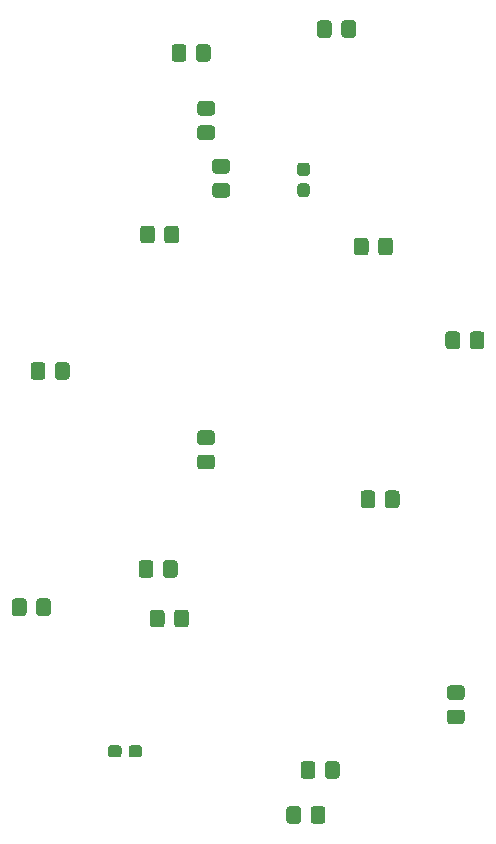
<source format=gbr>
%TF.GenerationSoftware,KiCad,Pcbnew,(5.1.6)-1*%
%TF.CreationDate,2021-10-19T11:47:46+02:00*%
%TF.ProjectId,_autosave-BaumOben,5f617574-6f73-4617-9665-2d4261756d4f,rev?*%
%TF.SameCoordinates,Original*%
%TF.FileFunction,Soldermask,Bot*%
%TF.FilePolarity,Negative*%
%FSLAX46Y46*%
G04 Gerber Fmt 4.6, Leading zero omitted, Abs format (unit mm)*
G04 Created by KiCad (PCBNEW (5.1.6)-1) date 2021-10-19 11:47:46*
%MOMM*%
%LPD*%
G01*
G04 APERTURE LIST*
G04 APERTURE END LIST*
%TO.C,R6*%
G36*
G01*
X97375238Y-80410000D02*
X98331762Y-80410000D01*
G75*
G02*
X98603500Y-80681738I0J-271738D01*
G01*
X98603500Y-81388262D01*
G75*
G02*
X98331762Y-81660000I-271738J0D01*
G01*
X97375238Y-81660000D01*
G75*
G02*
X97103500Y-81388262I0J271738D01*
G01*
X97103500Y-80681738D01*
G75*
G02*
X97375238Y-80410000I271738J0D01*
G01*
G37*
G36*
G01*
X97375238Y-78360000D02*
X98331762Y-78360000D01*
G75*
G02*
X98603500Y-78631738I0J-271738D01*
G01*
X98603500Y-79338262D01*
G75*
G02*
X98331762Y-79610000I-271738J0D01*
G01*
X97375238Y-79610000D01*
G75*
G02*
X97103500Y-79338262I0J271738D01*
G01*
X97103500Y-78631738D01*
G75*
G02*
X97375238Y-78360000I271738J0D01*
G01*
G37*
%TD*%
%TO.C,R5*%
G36*
G01*
X104629000Y-133443238D02*
X104629000Y-134399762D01*
G75*
G02*
X104357262Y-134671500I-271738J0D01*
G01*
X103650738Y-134671500D01*
G75*
G02*
X103379000Y-134399762I0J271738D01*
G01*
X103379000Y-133443238D01*
G75*
G02*
X103650738Y-133171500I271738J0D01*
G01*
X104357262Y-133171500D01*
G75*
G02*
X104629000Y-133443238I0J-271738D01*
G01*
G37*
G36*
G01*
X106679000Y-133443238D02*
X106679000Y-134399762D01*
G75*
G02*
X106407262Y-134671500I-271738J0D01*
G01*
X105700738Y-134671500D01*
G75*
G02*
X105429000Y-134399762I0J271738D01*
G01*
X105429000Y-133443238D01*
G75*
G02*
X105700738Y-133171500I271738J0D01*
G01*
X106407262Y-133171500D01*
G75*
G02*
X106679000Y-133443238I0J-271738D01*
G01*
G37*
%TD*%
%TO.C,R4*%
G36*
G01*
X93872000Y-117762762D02*
X93872000Y-116806238D01*
G75*
G02*
X94143738Y-116534500I271738J0D01*
G01*
X94850262Y-116534500D01*
G75*
G02*
X95122000Y-116806238I0J-271738D01*
G01*
X95122000Y-117762762D01*
G75*
G02*
X94850262Y-118034500I-271738J0D01*
G01*
X94143738Y-118034500D01*
G75*
G02*
X93872000Y-117762762I0J271738D01*
G01*
G37*
G36*
G01*
X91822000Y-117762762D02*
X91822000Y-116806238D01*
G75*
G02*
X92093738Y-116534500I271738J0D01*
G01*
X92800262Y-116534500D01*
G75*
G02*
X93072000Y-116806238I0J-271738D01*
G01*
X93072000Y-117762762D01*
G75*
G02*
X92800262Y-118034500I-271738J0D01*
G01*
X92093738Y-118034500D01*
G75*
G02*
X91822000Y-117762762I0J271738D01*
G01*
G37*
%TD*%
%TO.C,R2*%
G36*
G01*
X96105238Y-103406000D02*
X97061762Y-103406000D01*
G75*
G02*
X97333500Y-103677738I0J-271738D01*
G01*
X97333500Y-104384262D01*
G75*
G02*
X97061762Y-104656000I-271738J0D01*
G01*
X96105238Y-104656000D01*
G75*
G02*
X95833500Y-104384262I0J271738D01*
G01*
X95833500Y-103677738D01*
G75*
G02*
X96105238Y-103406000I271738J0D01*
G01*
G37*
G36*
G01*
X96105238Y-101356000D02*
X97061762Y-101356000D01*
G75*
G02*
X97333500Y-101627738I0J-271738D01*
G01*
X97333500Y-102334262D01*
G75*
G02*
X97061762Y-102606000I-271738J0D01*
G01*
X96105238Y-102606000D01*
G75*
G02*
X95833500Y-102334262I0J271738D01*
G01*
X95833500Y-101627738D01*
G75*
G02*
X96105238Y-101356000I271738J0D01*
G01*
G37*
%TD*%
%TO.C,DY7*%
G36*
G01*
X95713500Y-69883762D02*
X95713500Y-68927238D01*
G75*
G02*
X95985238Y-68655500I271738J0D01*
G01*
X96691762Y-68655500D01*
G75*
G02*
X96963500Y-68927238I0J-271738D01*
G01*
X96963500Y-69883762D01*
G75*
G02*
X96691762Y-70155500I-271738J0D01*
G01*
X95985238Y-70155500D01*
G75*
G02*
X95713500Y-69883762I0J271738D01*
G01*
G37*
G36*
G01*
X93663500Y-69883762D02*
X93663500Y-68927238D01*
G75*
G02*
X93935238Y-68655500I271738J0D01*
G01*
X94641762Y-68655500D01*
G75*
G02*
X94913500Y-68927238I0J-271738D01*
G01*
X94913500Y-69883762D01*
G75*
G02*
X94641762Y-70155500I-271738J0D01*
G01*
X93935238Y-70155500D01*
G75*
G02*
X93663500Y-69883762I0J271738D01*
G01*
G37*
%TD*%
%TO.C,DY5*%
G36*
G01*
X117250738Y-124987000D02*
X118207262Y-124987000D01*
G75*
G02*
X118479000Y-125258738I0J-271738D01*
G01*
X118479000Y-125965262D01*
G75*
G02*
X118207262Y-126237000I-271738J0D01*
G01*
X117250738Y-126237000D01*
G75*
G02*
X116979000Y-125965262I0J271738D01*
G01*
X116979000Y-125258738D01*
G75*
G02*
X117250738Y-124987000I271738J0D01*
G01*
G37*
G36*
G01*
X117250738Y-122937000D02*
X118207262Y-122937000D01*
G75*
G02*
X118479000Y-123208738I0J-271738D01*
G01*
X118479000Y-123915262D01*
G75*
G02*
X118207262Y-124187000I-271738J0D01*
G01*
X117250738Y-124187000D01*
G75*
G02*
X116979000Y-123915262I0J271738D01*
G01*
X116979000Y-123208738D01*
G75*
G02*
X117250738Y-122937000I271738J0D01*
G01*
G37*
%TD*%
%TO.C,DY3*%
G36*
G01*
X92246500Y-84294238D02*
X92246500Y-85250762D01*
G75*
G02*
X91974762Y-85522500I-271738J0D01*
G01*
X91268238Y-85522500D01*
G75*
G02*
X90996500Y-85250762I0J271738D01*
G01*
X90996500Y-84294238D01*
G75*
G02*
X91268238Y-84022500I271738J0D01*
G01*
X91974762Y-84022500D01*
G75*
G02*
X92246500Y-84294238I0J-271738D01*
G01*
G37*
G36*
G01*
X94296500Y-84294238D02*
X94296500Y-85250762D01*
G75*
G02*
X94024762Y-85522500I-271738J0D01*
G01*
X93318238Y-85522500D01*
G75*
G02*
X93046500Y-85250762I0J271738D01*
G01*
X93046500Y-84294238D01*
G75*
G02*
X93318238Y-84022500I271738J0D01*
G01*
X94024762Y-84022500D01*
G75*
G02*
X94296500Y-84294238I0J-271738D01*
G01*
G37*
%TD*%
%TO.C,DY2*%
G36*
G01*
X83775500Y-96807762D02*
X83775500Y-95851238D01*
G75*
G02*
X84047238Y-95579500I271738J0D01*
G01*
X84753762Y-95579500D01*
G75*
G02*
X85025500Y-95851238I0J-271738D01*
G01*
X85025500Y-96807762D01*
G75*
G02*
X84753762Y-97079500I-271738J0D01*
G01*
X84047238Y-97079500D01*
G75*
G02*
X83775500Y-96807762I0J271738D01*
G01*
G37*
G36*
G01*
X81725500Y-96807762D02*
X81725500Y-95851238D01*
G75*
G02*
X81997238Y-95579500I271738J0D01*
G01*
X82703762Y-95579500D01*
G75*
G02*
X82975500Y-95851238I0J-271738D01*
G01*
X82975500Y-96807762D01*
G75*
G02*
X82703762Y-97079500I-271738J0D01*
G01*
X81997238Y-97079500D01*
G75*
G02*
X81725500Y-96807762I0J271738D01*
G01*
G37*
%TD*%
%TO.C,DR8*%
G36*
G01*
X92119500Y-112615238D02*
X92119500Y-113571762D01*
G75*
G02*
X91847762Y-113843500I-271738J0D01*
G01*
X91141238Y-113843500D01*
G75*
G02*
X90869500Y-113571762I0J271738D01*
G01*
X90869500Y-112615238D01*
G75*
G02*
X91141238Y-112343500I271738J0D01*
G01*
X91847762Y-112343500D01*
G75*
G02*
X92119500Y-112615238I0J-271738D01*
G01*
G37*
G36*
G01*
X94169500Y-112615238D02*
X94169500Y-113571762D01*
G75*
G02*
X93897762Y-113843500I-271738J0D01*
G01*
X93191238Y-113843500D01*
G75*
G02*
X92919500Y-113571762I0J271738D01*
G01*
X92919500Y-112615238D01*
G75*
G02*
X93191238Y-112343500I271738J0D01*
G01*
X93897762Y-112343500D01*
G75*
G02*
X94169500Y-112615238I0J-271738D01*
G01*
G37*
%TD*%
%TO.C,DR6*%
G36*
G01*
X110915500Y-106709738D02*
X110915500Y-107666262D01*
G75*
G02*
X110643762Y-107938000I-271738J0D01*
G01*
X109937238Y-107938000D01*
G75*
G02*
X109665500Y-107666262I0J271738D01*
G01*
X109665500Y-106709738D01*
G75*
G02*
X109937238Y-106438000I271738J0D01*
G01*
X110643762Y-106438000D01*
G75*
G02*
X110915500Y-106709738I0J-271738D01*
G01*
G37*
G36*
G01*
X112965500Y-106709738D02*
X112965500Y-107666262D01*
G75*
G02*
X112693762Y-107938000I-271738J0D01*
G01*
X111987238Y-107938000D01*
G75*
G02*
X111715500Y-107666262I0J271738D01*
G01*
X111715500Y-106709738D01*
G75*
G02*
X111987238Y-106438000I271738J0D01*
G01*
X112693762Y-106438000D01*
G75*
G02*
X112965500Y-106709738I0J-271738D01*
G01*
G37*
%TD*%
%TO.C,DR4*%
G36*
G01*
X108032500Y-67851762D02*
X108032500Y-66895238D01*
G75*
G02*
X108304238Y-66623500I271738J0D01*
G01*
X109010762Y-66623500D01*
G75*
G02*
X109282500Y-66895238I0J-271738D01*
G01*
X109282500Y-67851762D01*
G75*
G02*
X109010762Y-68123500I-271738J0D01*
G01*
X108304238Y-68123500D01*
G75*
G02*
X108032500Y-67851762I0J271738D01*
G01*
G37*
G36*
G01*
X105982500Y-67851762D02*
X105982500Y-66895238D01*
G75*
G02*
X106254238Y-66623500I271738J0D01*
G01*
X106960762Y-66623500D01*
G75*
G02*
X107232500Y-66895238I0J-271738D01*
G01*
X107232500Y-67851762D01*
G75*
G02*
X106960762Y-68123500I-271738J0D01*
G01*
X106254238Y-68123500D01*
G75*
G02*
X105982500Y-67851762I0J271738D01*
G01*
G37*
%TD*%
%TO.C,DR2*%
G36*
G01*
X81388000Y-115853738D02*
X81388000Y-116810262D01*
G75*
G02*
X81116262Y-117082000I-271738J0D01*
G01*
X80409738Y-117082000D01*
G75*
G02*
X80138000Y-116810262I0J271738D01*
G01*
X80138000Y-115853738D01*
G75*
G02*
X80409738Y-115582000I271738J0D01*
G01*
X81116262Y-115582000D01*
G75*
G02*
X81388000Y-115853738I0J-271738D01*
G01*
G37*
G36*
G01*
X83438000Y-115853738D02*
X83438000Y-116810262D01*
G75*
G02*
X83166262Y-117082000I-271738J0D01*
G01*
X82459738Y-117082000D01*
G75*
G02*
X82188000Y-116810262I0J271738D01*
G01*
X82188000Y-115853738D01*
G75*
G02*
X82459738Y-115582000I271738J0D01*
G01*
X83166262Y-115582000D01*
G75*
G02*
X83438000Y-115853738I0J-271738D01*
G01*
G37*
%TD*%
%TO.C,DG8*%
G36*
G01*
X97061762Y-74720500D02*
X96105238Y-74720500D01*
G75*
G02*
X95833500Y-74448762I0J271738D01*
G01*
X95833500Y-73742238D01*
G75*
G02*
X96105238Y-73470500I271738J0D01*
G01*
X97061762Y-73470500D01*
G75*
G02*
X97333500Y-73742238I0J-271738D01*
G01*
X97333500Y-74448762D01*
G75*
G02*
X97061762Y-74720500I-271738J0D01*
G01*
G37*
G36*
G01*
X97061762Y-76770500D02*
X96105238Y-76770500D01*
G75*
G02*
X95833500Y-76498762I0J271738D01*
G01*
X95833500Y-75792238D01*
G75*
G02*
X96105238Y-75520500I271738J0D01*
G01*
X97061762Y-75520500D01*
G75*
G02*
X97333500Y-75792238I0J-271738D01*
G01*
X97333500Y-76498762D01*
G75*
G02*
X97061762Y-76770500I-271738J0D01*
G01*
G37*
%TD*%
%TO.C,DG6*%
G36*
G01*
X111144000Y-86266762D02*
X111144000Y-85310238D01*
G75*
G02*
X111415738Y-85038500I271738J0D01*
G01*
X112122262Y-85038500D01*
G75*
G02*
X112394000Y-85310238I0J-271738D01*
G01*
X112394000Y-86266762D01*
G75*
G02*
X112122262Y-86538500I-271738J0D01*
G01*
X111415738Y-86538500D01*
G75*
G02*
X111144000Y-86266762I0J271738D01*
G01*
G37*
G36*
G01*
X109094000Y-86266762D02*
X109094000Y-85310238D01*
G75*
G02*
X109365738Y-85038500I271738J0D01*
G01*
X110072262Y-85038500D01*
G75*
G02*
X110344000Y-85310238I0J-271738D01*
G01*
X110344000Y-86266762D01*
G75*
G02*
X110072262Y-86538500I-271738J0D01*
G01*
X109365738Y-86538500D01*
G75*
G02*
X109094000Y-86266762I0J271738D01*
G01*
G37*
%TD*%
%TO.C,DG4*%
G36*
G01*
X105835500Y-129633238D02*
X105835500Y-130589762D01*
G75*
G02*
X105563762Y-130861500I-271738J0D01*
G01*
X104857238Y-130861500D01*
G75*
G02*
X104585500Y-130589762I0J271738D01*
G01*
X104585500Y-129633238D01*
G75*
G02*
X104857238Y-129361500I271738J0D01*
G01*
X105563762Y-129361500D01*
G75*
G02*
X105835500Y-129633238I0J-271738D01*
G01*
G37*
G36*
G01*
X107885500Y-129633238D02*
X107885500Y-130589762D01*
G75*
G02*
X107613762Y-130861500I-271738J0D01*
G01*
X106907238Y-130861500D01*
G75*
G02*
X106635500Y-130589762I0J271738D01*
G01*
X106635500Y-129633238D01*
G75*
G02*
X106907238Y-129361500I271738J0D01*
G01*
X107613762Y-129361500D01*
G75*
G02*
X107885500Y-129633238I0J-271738D01*
G01*
G37*
%TD*%
%TO.C,DG2*%
G36*
G01*
X118100000Y-93247738D02*
X118100000Y-94204262D01*
G75*
G02*
X117828262Y-94476000I-271738J0D01*
G01*
X117121738Y-94476000D01*
G75*
G02*
X116850000Y-94204262I0J271738D01*
G01*
X116850000Y-93247738D01*
G75*
G02*
X117121738Y-92976000I271738J0D01*
G01*
X117828262Y-92976000D01*
G75*
G02*
X118100000Y-93247738I0J-271738D01*
G01*
G37*
G36*
G01*
X120150000Y-93247738D02*
X120150000Y-94204262D01*
G75*
G02*
X119878262Y-94476000I-271738J0D01*
G01*
X119171738Y-94476000D01*
G75*
G02*
X118900000Y-94204262I0J271738D01*
G01*
X118900000Y-93247738D01*
G75*
G02*
X119171738Y-92976000I271738J0D01*
G01*
X119878262Y-92976000D01*
G75*
G02*
X120150000Y-93247738I0J-271738D01*
G01*
G37*
%TD*%
%TO.C,DB3*%
G36*
G01*
X105101000Y-79837000D02*
X104576000Y-79837000D01*
G75*
G02*
X104313500Y-79574500I0J262500D01*
G01*
X104313500Y-78949500D01*
G75*
G02*
X104576000Y-78687000I262500J0D01*
G01*
X105101000Y-78687000D01*
G75*
G02*
X105363500Y-78949500I0J-262500D01*
G01*
X105363500Y-79574500D01*
G75*
G02*
X105101000Y-79837000I-262500J0D01*
G01*
G37*
G36*
G01*
X105101000Y-81587000D02*
X104576000Y-81587000D01*
G75*
G02*
X104313500Y-81324500I0J262500D01*
G01*
X104313500Y-80699500D01*
G75*
G02*
X104576000Y-80437000I262500J0D01*
G01*
X105101000Y-80437000D01*
G75*
G02*
X105363500Y-80699500I0J-262500D01*
G01*
X105363500Y-81324500D01*
G75*
G02*
X105101000Y-81587000I-262500J0D01*
G01*
G37*
%TD*%
%TO.C,DB1*%
G36*
G01*
X90025500Y-128786500D02*
X90025500Y-128261500D01*
G75*
G02*
X90288000Y-127999000I262500J0D01*
G01*
X90913000Y-127999000D01*
G75*
G02*
X91175500Y-128261500I0J-262500D01*
G01*
X91175500Y-128786500D01*
G75*
G02*
X90913000Y-129049000I-262500J0D01*
G01*
X90288000Y-129049000D01*
G75*
G02*
X90025500Y-128786500I0J262500D01*
G01*
G37*
G36*
G01*
X88275500Y-128786500D02*
X88275500Y-128261500D01*
G75*
G02*
X88538000Y-127999000I262500J0D01*
G01*
X89163000Y-127999000D01*
G75*
G02*
X89425500Y-128261500I0J-262500D01*
G01*
X89425500Y-128786500D01*
G75*
G02*
X89163000Y-129049000I-262500J0D01*
G01*
X88538000Y-129049000D01*
G75*
G02*
X88275500Y-128786500I0J262500D01*
G01*
G37*
%TD*%
M02*

</source>
